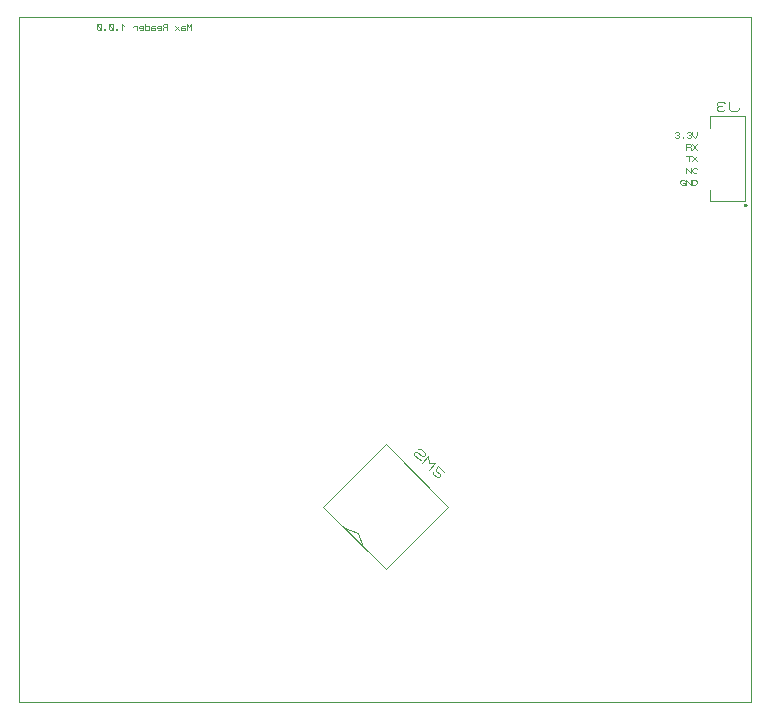
<source format=gbr>
G04 PROTEUS GERBER X2 FILE*
%TF.GenerationSoftware,Labcenter,Proteus,8.17-SP5-Build39395*%
%TF.CreationDate,2025-01-31T21:13:05+00:00*%
%TF.FileFunction,Legend,Bot*%
%TF.FilePolarity,Positive*%
%TF.Part,Single*%
%TF.SameCoordinates,{25d9a88a-2623-41a1-bce1-36a6f26497cc}*%
%FSLAX45Y45*%
%MOMM*%
G01*
%TA.AperFunction,Material*%
%ADD52C,0.101600*%
%TA.AperFunction,Profile*%
%ADD46C,0.101600*%
%TA.AperFunction,Material*%
%ADD61C,0.063500*%
%TA.AperFunction,NonMaterial*%
%ADD60C,0.101600*%
%TD.AperFunction*%
D52*
X+3105000Y+2185330D02*
X+3635330Y+1655000D01*
X+3105000Y+1124670D01*
X+2574670Y+1655000D01*
X+3105000Y+2185330D01*
X+2871655Y+1428726D02*
X+2914081Y+1315589D01*
X+2871655Y+1428726D02*
X+2758518Y+1471152D01*
X+3401985Y+1888345D02*
X+3331274Y+1959056D01*
X+3382801Y+2147389D02*
X+3401211Y+2146940D01*
X+3438928Y+2109223D01*
X+3439377Y+2090814D01*
X+3430397Y+2081833D01*
X+3411987Y+2082282D01*
X+3374270Y+2119999D01*
X+3355860Y+2120448D01*
X+3346880Y+2111468D01*
X+3347329Y+2093059D01*
X+3385046Y+2055342D01*
X+3403456Y+2054893D01*
X+3413334Y+2027054D02*
X+3467215Y+2080935D01*
X+3468563Y+2025707D01*
X+3523791Y+2024360D01*
X+3469910Y+1970478D01*
X+3507177Y+1951171D02*
X+3507626Y+1932761D01*
X+3535914Y+1904474D01*
X+3554324Y+1904025D01*
X+3563304Y+1913005D01*
X+3562855Y+1931414D01*
X+3534567Y+1959702D01*
X+3534118Y+1978112D01*
X+3552079Y+1996072D01*
X+3599225Y+1948926D01*
D46*
X+0Y+0D02*
X+6200000Y+0D01*
X+6200000Y+5800000D01*
X+0Y+5800000D01*
X+0Y+0D01*
D52*
X+6150000Y+4240000D02*
X+5850000Y+4240000D01*
X+6150000Y+4960000D02*
X+5850000Y+4960000D01*
X+6150000Y+4240000D02*
X+6150000Y+4960000D01*
X+5850000Y+4240000D02*
X+5850000Y+4340000D01*
X+5850000Y+4960000D02*
X+5850000Y+4860000D01*
D61*
X+6150000Y+4200000D02*
X+6150000Y+4200000D01*
X+6150000Y+4220000D02*
X+6150000Y+4220000D01*
X+6149999Y+4200000D02*
X+6150001Y+4200000D01*
X+6149999Y+4220000D02*
X+6150001Y+4220000D01*
X+6149998Y+4200000D02*
X+6150002Y+4200000D01*
X+6149998Y+4220000D02*
X+6150002Y+4220000D01*
X+6149997Y+4200000D02*
X+6150003Y+4200000D01*
X+6149997Y+4220000D02*
X+6150003Y+4220000D01*
X+6149996Y+4200000D02*
X+6150004Y+4200000D01*
X+6149996Y+4220000D02*
X+6150004Y+4220000D01*
X+6149995Y+4200000D02*
X+6150005Y+4200000D01*
X+6149995Y+4220000D02*
X+6150005Y+4220000D01*
X+6149994Y+4200000D02*
X+6150006Y+4200000D01*
X+6149994Y+4220000D02*
X+6150006Y+4220000D01*
X+6149993Y+4200000D02*
X+6150007Y+4200000D01*
X+6149993Y+4220000D02*
X+6150007Y+4220000D01*
X+6149992Y+4200000D02*
X+6150008Y+4200000D01*
X+6149992Y+4220000D02*
X+6150008Y+4220000D01*
X+6149991Y+4200000D02*
X+6150009Y+4200000D01*
X+6149991Y+4220000D02*
X+6150009Y+4220000D01*
X+6149990Y+4200000D02*
X+6150010Y+4200000D01*
X+6149990Y+4220000D02*
X+6150010Y+4220000D01*
X+6149989Y+4200000D02*
X+6150011Y+4200000D01*
X+6149989Y+4220000D02*
X+6150011Y+4220000D01*
X+6149988Y+4200000D02*
X+6150012Y+4200000D01*
X+6149988Y+4220000D02*
X+6150012Y+4220000D01*
X+6149987Y+4200000D02*
X+6150013Y+4200000D01*
X+6149987Y+4220000D02*
X+6150013Y+4220000D01*
X+6149986Y+4200000D02*
X+6150014Y+4200000D01*
X+6149986Y+4220000D02*
X+6150014Y+4220000D01*
X+6149985Y+4200000D02*
X+6150015Y+4200000D01*
X+6149985Y+4220000D02*
X+6150015Y+4220000D01*
X+6149984Y+4200000D02*
X+6150016Y+4200000D01*
X+6149984Y+4220000D02*
X+6150016Y+4220000D01*
X+6149983Y+4200000D02*
X+6150017Y+4200000D01*
X+6149983Y+4220000D02*
X+6150017Y+4220000D01*
X+6149982Y+4200000D02*
X+6150018Y+4200000D01*
X+6149982Y+4220000D02*
X+6150018Y+4220000D01*
X+6149981Y+4200000D02*
X+6150019Y+4200000D01*
X+6149981Y+4220000D02*
X+6150019Y+4220000D01*
X+6149980Y+4200000D02*
X+6150020Y+4200000D01*
X+6149980Y+4220000D02*
X+6150020Y+4220000D01*
X+6149979Y+4200000D02*
X+6150021Y+4200000D01*
X+6149979Y+4220000D02*
X+6150021Y+4220000D01*
X+6149978Y+4200000D02*
X+6150022Y+4200000D01*
X+6149978Y+4220000D02*
X+6150022Y+4220000D01*
X+6149977Y+4200000D02*
X+6150023Y+4200000D01*
X+6149977Y+4220000D02*
X+6150023Y+4220000D01*
X+6149976Y+4200000D02*
X+6150024Y+4200000D01*
X+6149976Y+4220000D02*
X+6150024Y+4220000D01*
X+6149975Y+4200000D02*
X+6150025Y+4200000D01*
X+6149975Y+4220000D02*
X+6150025Y+4220000D01*
X+6149974Y+4200000D02*
X+6150026Y+4200000D01*
X+6149974Y+4220000D02*
X+6150026Y+4220000D01*
X+6149973Y+4200000D02*
X+6150027Y+4200000D01*
X+6149973Y+4220000D02*
X+6150027Y+4220000D01*
X+6149972Y+4200000D02*
X+6150028Y+4200000D01*
X+6149972Y+4220000D02*
X+6150028Y+4220000D01*
X+6149971Y+4200000D02*
X+6150029Y+4200000D01*
X+6149971Y+4220000D02*
X+6150029Y+4220000D01*
X+6149970Y+4200000D02*
X+6150030Y+4200000D01*
X+6149970Y+4220000D02*
X+6150030Y+4220000D01*
X+6149969Y+4200000D02*
X+6150031Y+4200000D01*
X+6149969Y+4220000D02*
X+6150031Y+4220000D01*
X+6149968Y+4200000D02*
X+6150032Y+4200000D01*
X+6149968Y+4220000D02*
X+6150032Y+4220000D01*
X+6149967Y+4200000D02*
X+6150033Y+4200000D01*
X+6149967Y+4220000D02*
X+6150033Y+4220000D01*
X+6149966Y+4200000D02*
X+6150034Y+4200000D01*
X+6149966Y+4220000D02*
X+6150034Y+4220000D01*
X+6149965Y+4200000D02*
X+6150035Y+4200000D01*
X+6149965Y+4220000D02*
X+6150035Y+4220000D01*
X+6149964Y+4200000D02*
X+6150036Y+4200000D01*
X+6149964Y+4220000D02*
X+6150036Y+4220000D01*
X+6149963Y+4200000D02*
X+6150037Y+4200000D01*
X+6149963Y+4220000D02*
X+6150037Y+4220000D01*
X+6149962Y+4200000D02*
X+6150038Y+4200000D01*
X+6149962Y+4220000D02*
X+6150038Y+4220000D01*
X+6149961Y+4200000D02*
X+6150039Y+4200000D01*
X+6149961Y+4220000D02*
X+6150039Y+4220000D01*
X+6149960Y+4200000D02*
X+6150040Y+4200000D01*
X+6149960Y+4220000D02*
X+6150040Y+4220000D01*
X+6149959Y+4200000D02*
X+6150041Y+4200000D01*
X+6149959Y+4220000D02*
X+6150041Y+4220000D01*
X+6149958Y+4200000D02*
X+6150042Y+4200000D01*
X+6149958Y+4220000D02*
X+6150042Y+4220000D01*
X+6149957Y+4200000D02*
X+6150043Y+4200000D01*
X+6149957Y+4220000D02*
X+6150043Y+4220000D01*
X+6149956Y+4200000D02*
X+6150044Y+4200000D01*
X+6149956Y+4220000D02*
X+6150044Y+4220000D01*
X+6149955Y+4200000D02*
X+6150045Y+4200000D01*
X+6149955Y+4220000D02*
X+6150045Y+4220000D01*
X+6149954Y+4200000D02*
X+6150046Y+4200000D01*
X+6149954Y+4220000D02*
X+6150046Y+4220000D01*
X+6149953Y+4200000D02*
X+6150047Y+4200000D01*
X+6149953Y+4220000D02*
X+6150047Y+4220000D01*
X+6149952Y+4200000D02*
X+6150048Y+4200000D01*
X+6149952Y+4220000D02*
X+6150048Y+4220000D01*
X+6149951Y+4200000D02*
X+6150049Y+4200000D01*
X+6149951Y+4220000D02*
X+6150049Y+4220000D01*
X+6149950Y+4200000D02*
X+6150050Y+4200000D01*
X+6149950Y+4220000D02*
X+6150050Y+4220000D01*
X+6149949Y+4200000D02*
X+6150051Y+4200000D01*
X+6149949Y+4220000D02*
X+6150051Y+4220000D01*
X+6149948Y+4200000D02*
X+6150052Y+4200000D01*
X+6149948Y+4220000D02*
X+6150052Y+4220000D01*
X+6149947Y+4200000D02*
X+6150053Y+4200000D01*
X+6149947Y+4220000D02*
X+6150053Y+4220000D01*
X+6149946Y+4200000D02*
X+6150054Y+4200000D01*
X+6149946Y+4220000D02*
X+6150054Y+4220000D01*
X+6149945Y+4200000D02*
X+6150055Y+4200000D01*
X+6149945Y+4220000D02*
X+6150055Y+4220000D01*
X+6149944Y+4200000D02*
X+6150056Y+4200000D01*
X+6149944Y+4220000D02*
X+6150056Y+4220000D01*
X+6149943Y+4200000D02*
X+6150057Y+4200000D01*
X+6149943Y+4220000D02*
X+6150057Y+4220000D01*
X+6149942Y+4200000D02*
X+6150058Y+4200000D01*
X+6149942Y+4220000D02*
X+6150058Y+4220000D01*
X+6149941Y+4200000D02*
X+6150059Y+4200000D01*
X+6149941Y+4220000D02*
X+6150059Y+4220000D01*
X+6149940Y+4200000D02*
X+6150060Y+4200000D01*
X+6149940Y+4220000D02*
X+6150060Y+4220000D01*
X+6149939Y+4200000D02*
X+6150061Y+4200000D01*
X+6149939Y+4220000D02*
X+6150061Y+4220000D01*
X+6149938Y+4200000D02*
X+6150062Y+4200000D01*
X+6149938Y+4220000D02*
X+6150062Y+4220000D01*
X+6149937Y+4200000D02*
X+6150063Y+4200000D01*
X+6149937Y+4220000D02*
X+6150063Y+4220000D01*
X+6149936Y+4200000D02*
X+6150064Y+4200000D01*
X+6149936Y+4220000D02*
X+6150064Y+4220000D01*
X+6149935Y+4200000D02*
X+6150065Y+4200000D01*
X+6149935Y+4220000D02*
X+6150065Y+4220000D01*
X+6149934Y+4200000D02*
X+6150066Y+4200000D01*
X+6149934Y+4220000D02*
X+6150066Y+4220000D01*
X+6149933Y+4200000D02*
X+6150067Y+4200000D01*
X+6149933Y+4220000D02*
X+6150067Y+4220000D01*
X+6149932Y+4200000D02*
X+6150068Y+4200000D01*
X+6149932Y+4220000D02*
X+6150068Y+4220000D01*
X+6149931Y+4200000D02*
X+6150069Y+4200000D01*
X+6149931Y+4220000D02*
X+6150069Y+4220000D01*
X+6149930Y+4200000D02*
X+6150070Y+4200000D01*
X+6149930Y+4220000D02*
X+6150070Y+4220000D01*
X+6149929Y+4200000D02*
X+6150071Y+4200000D01*
X+6149929Y+4220000D02*
X+6150071Y+4220000D01*
X+6149928Y+4200000D02*
X+6150072Y+4200000D01*
X+6149928Y+4220000D02*
X+6150072Y+4220000D01*
X+6149927Y+4200000D02*
X+6150073Y+4200000D01*
X+6149927Y+4220000D02*
X+6150073Y+4220000D01*
X+6149926Y+4200000D02*
X+6150074Y+4200000D01*
X+6149926Y+4220000D02*
X+6150074Y+4220000D01*
X+6149925Y+4200000D02*
X+6150075Y+4200000D01*
X+6149925Y+4220000D02*
X+6150075Y+4220000D01*
X+6149924Y+4200000D02*
X+6150076Y+4200000D01*
X+6149924Y+4220000D02*
X+6150076Y+4220000D01*
X+6149923Y+4200000D02*
X+6150077Y+4200000D01*
X+6149923Y+4220000D02*
X+6150077Y+4220000D01*
X+6149922Y+4200000D02*
X+6150078Y+4200000D01*
X+6149922Y+4220000D02*
X+6150078Y+4220000D01*
X+6149921Y+4200000D02*
X+6150079Y+4200000D01*
X+6149921Y+4220000D02*
X+6150079Y+4220000D01*
X+6149920Y+4200000D02*
X+6150080Y+4200000D01*
X+6149920Y+4220000D02*
X+6150080Y+4220000D01*
X+6149919Y+4200000D02*
X+6150081Y+4200000D01*
X+6149919Y+4220000D02*
X+6150081Y+4220000D01*
X+6149918Y+4200000D02*
X+6150082Y+4200000D01*
X+6149918Y+4220000D02*
X+6150082Y+4220000D01*
X+6149917Y+4200000D02*
X+6150083Y+4200000D01*
X+6149917Y+4220000D02*
X+6150083Y+4220000D01*
X+6149916Y+4200000D02*
X+6150084Y+4200000D01*
X+6149916Y+4220000D02*
X+6150084Y+4220000D01*
X+6149915Y+4200000D02*
X+6150085Y+4200000D01*
X+6149915Y+4220000D02*
X+6150085Y+4220000D01*
X+6149914Y+4200000D02*
X+6150086Y+4200000D01*
X+6149914Y+4220000D02*
X+6150086Y+4220000D01*
X+6149913Y+4200000D02*
X+6150087Y+4200000D01*
X+6149913Y+4220000D02*
X+6150087Y+4220000D01*
X+6149912Y+4200000D02*
X+6150088Y+4200000D01*
X+6149912Y+4220000D02*
X+6150088Y+4220000D01*
X+6149911Y+4200000D02*
X+6150089Y+4200000D01*
X+6149911Y+4220000D02*
X+6150089Y+4220000D01*
X+6149910Y+4200000D02*
X+6150090Y+4200000D01*
X+6149910Y+4220000D02*
X+6150090Y+4220000D01*
X+6149909Y+4200000D02*
X+6150091Y+4200000D01*
X+6149909Y+4220000D02*
X+6150091Y+4220000D01*
X+6149908Y+4200000D02*
X+6150092Y+4200000D01*
X+6149908Y+4220000D02*
X+6150092Y+4220000D01*
X+6149907Y+4200000D02*
X+6150093Y+4200000D01*
X+6149907Y+4220000D02*
X+6150093Y+4220000D01*
X+6149906Y+4200000D02*
X+6150094Y+4200000D01*
X+6149906Y+4220000D02*
X+6150094Y+4220000D01*
X+6149905Y+4200000D02*
X+6150095Y+4200000D01*
X+6149905Y+4220000D02*
X+6150095Y+4220000D01*
X+6149904Y+4200000D02*
X+6150096Y+4200000D01*
X+6149904Y+4220000D02*
X+6150096Y+4220000D01*
X+6149903Y+4200000D02*
X+6150097Y+4200000D01*
X+6149903Y+4220000D02*
X+6150097Y+4220000D01*
X+6149902Y+4200000D02*
X+6150098Y+4200000D01*
X+6149902Y+4220000D02*
X+6150098Y+4220000D01*
X+6149901Y+4200000D02*
X+6150099Y+4200000D01*
X+6149901Y+4220000D02*
X+6150099Y+4220000D01*
X+6144821Y+4201446D02*
X+6155179Y+4201446D01*
X+6144821Y+4218554D02*
X+6155179Y+4218554D01*
X+6140785Y+4206117D02*
X+6159215Y+4206117D01*
X+6140785Y+4213883D02*
X+6159215Y+4213883D01*
X+6140000Y+4210000D02*
X+6160000Y+4210000D01*
X+6140000Y+4210000D02*
X+6160000Y+4210000D01*
D52*
X+6159965Y+4210831D01*
X+6159684Y+4212495D01*
X+6159094Y+4214159D01*
X+6158130Y+4215823D01*
X+6156655Y+4217464D01*
X+6154991Y+4218665D01*
X+6153327Y+4219430D01*
X+6151663Y+4219861D01*
X+6150000Y+4220000D01*
X+6140000Y+4210000D02*
X+6140035Y+4210831D01*
X+6140316Y+4212495D01*
X+6140906Y+4214159D01*
X+6141870Y+4215823D01*
X+6143345Y+4217464D01*
X+6145009Y+4218665D01*
X+6146673Y+4219430D01*
X+6148337Y+4219861D01*
X+6150000Y+4220000D01*
X+6140000Y+4210000D02*
X+6140035Y+4209169D01*
X+6140316Y+4207505D01*
X+6140906Y+4205841D01*
X+6141870Y+4204177D01*
X+6143345Y+4202536D01*
X+6145009Y+4201335D01*
X+6146673Y+4200570D01*
X+6148337Y+4200139D01*
X+6150000Y+4200000D01*
X+6160000Y+4210000D02*
X+6159965Y+4209169D01*
X+6159684Y+4207505D01*
X+6159094Y+4205841D01*
X+6158130Y+4204177D01*
X+6156655Y+4202536D01*
X+6154991Y+4201335D01*
X+6153327Y+4200570D01*
X+6151663Y+4200139D01*
X+6150000Y+4200000D01*
X+6095260Y+5033510D02*
X+6095260Y+5020810D01*
X+6081925Y+5008110D01*
X+6028585Y+5008110D01*
X+6015250Y+5020810D01*
X+6015250Y+5084310D01*
X+5975245Y+5071610D02*
X+5961910Y+5084310D01*
X+5921905Y+5084310D01*
X+5908570Y+5071610D01*
X+5908570Y+5058910D01*
X+5921905Y+5046210D01*
X+5908570Y+5033510D01*
X+5908570Y+5020810D01*
X+5921905Y+5008110D01*
X+5961910Y+5008110D01*
X+5975245Y+5020810D01*
X+5948575Y+5046210D02*
X+5921905Y+5046210D01*
D60*
X+5625400Y+4394280D02*
X+5638100Y+4394280D01*
X+5638100Y+4379040D01*
X+5612700Y+4379040D01*
X+5600000Y+4394280D01*
X+5600000Y+4409520D01*
X+5612700Y+4424760D01*
X+5631750Y+4424760D01*
X+5638100Y+4417140D01*
X+5650800Y+4379040D02*
X+5650800Y+4424760D01*
X+5688900Y+4379040D01*
X+5688900Y+4424760D01*
X+5701600Y+4379040D02*
X+5701600Y+4424760D01*
X+5727000Y+4424760D01*
X+5739700Y+4409520D01*
X+5739700Y+4394280D01*
X+5727000Y+4379040D01*
X+5701600Y+4379040D01*
X+5650000Y+4479040D02*
X+5650000Y+4524760D01*
X+5688100Y+4479040D01*
X+5688100Y+4524760D01*
X+5738900Y+4486660D02*
X+5732550Y+4479040D01*
X+5713500Y+4479040D01*
X+5700800Y+4494280D01*
X+5700800Y+4509520D01*
X+5713500Y+4524760D01*
X+5732550Y+4524760D01*
X+5738900Y+4517140D01*
X+5650000Y+4679040D02*
X+5650000Y+4724760D01*
X+5681750Y+4724760D01*
X+5688100Y+4717140D01*
X+5688100Y+4709520D01*
X+5681750Y+4701900D01*
X+5650000Y+4701900D01*
X+5681750Y+4701900D02*
X+5688100Y+4694280D01*
X+5688100Y+4679040D01*
X+5700800Y+4724760D02*
X+5738900Y+4679040D01*
X+5700800Y+4679040D02*
X+5738900Y+4724760D01*
X+5650000Y+4624760D02*
X+5688100Y+4624760D01*
X+5669050Y+4624760D02*
X+5669050Y+4579040D01*
X+5700800Y+4624760D02*
X+5738900Y+4579040D01*
X+5700800Y+4579040D02*
X+5738900Y+4624760D01*
X+5556350Y+4817140D02*
X+5562700Y+4824760D01*
X+5581750Y+4824760D01*
X+5588100Y+4817140D01*
X+5588100Y+4809520D01*
X+5581750Y+4801900D01*
X+5588100Y+4794280D01*
X+5588100Y+4786660D01*
X+5581750Y+4779040D01*
X+5562700Y+4779040D01*
X+5556350Y+4786660D01*
X+5569050Y+4801900D02*
X+5581750Y+4801900D01*
X+5619850Y+4786660D02*
X+5626200Y+4786660D01*
X+5626200Y+4779040D01*
X+5619850Y+4779040D01*
X+5619850Y+4786660D01*
X+5657950Y+4817140D02*
X+5664300Y+4824760D01*
X+5683350Y+4824760D01*
X+5689700Y+4817140D01*
X+5689700Y+4809520D01*
X+5683350Y+4801900D01*
X+5689700Y+4794280D01*
X+5689700Y+4786660D01*
X+5683350Y+4779040D01*
X+5664300Y+4779040D01*
X+5657950Y+4786660D01*
X+5670650Y+4801900D02*
X+5683350Y+4801900D01*
X+5702400Y+4824760D02*
X+5702400Y+4801900D01*
X+5721450Y+4779040D01*
X+5740500Y+4801900D01*
X+5740500Y+4824760D01*
X+1460000Y+5695434D02*
X+1460000Y+5741154D01*
X+1440950Y+5718294D01*
X+1421900Y+5741154D01*
X+1421900Y+5695434D01*
X+1402850Y+5725914D02*
X+1377450Y+5725914D01*
X+1371100Y+5718294D01*
X+1371100Y+5695434D01*
X+1402850Y+5695434D01*
X+1409200Y+5703054D01*
X+1402850Y+5710674D01*
X+1371100Y+5710674D01*
X+1358400Y+5725914D02*
X+1320300Y+5695434D01*
X+1358400Y+5695434D02*
X+1320300Y+5725914D01*
X+1256800Y+5695434D02*
X+1256800Y+5741154D01*
X+1225050Y+5741154D01*
X+1218700Y+5733534D01*
X+1218700Y+5725914D01*
X+1225050Y+5718294D01*
X+1256800Y+5718294D01*
X+1225050Y+5718294D02*
X+1218700Y+5710674D01*
X+1218700Y+5695434D01*
X+1206000Y+5710674D02*
X+1167900Y+5710674D01*
X+1167900Y+5718294D01*
X+1174250Y+5725914D01*
X+1199650Y+5725914D01*
X+1206000Y+5718294D01*
X+1206000Y+5703054D01*
X+1199650Y+5695434D01*
X+1174250Y+5695434D01*
X+1148850Y+5725914D02*
X+1123450Y+5725914D01*
X+1117100Y+5718294D01*
X+1117100Y+5695434D01*
X+1148850Y+5695434D01*
X+1155200Y+5703054D01*
X+1148850Y+5710674D01*
X+1117100Y+5710674D01*
X+1066300Y+5718294D02*
X+1072650Y+5725914D01*
X+1098050Y+5725914D01*
X+1104400Y+5718294D01*
X+1104400Y+5703054D01*
X+1098050Y+5695434D01*
X+1072650Y+5695434D01*
X+1066300Y+5703054D01*
X+1066300Y+5695434D02*
X+1066300Y+5741154D01*
X+1053600Y+5710674D02*
X+1015500Y+5710674D01*
X+1015500Y+5718294D01*
X+1021850Y+5725914D01*
X+1047250Y+5725914D01*
X+1053600Y+5718294D01*
X+1053600Y+5703054D01*
X+1047250Y+5695434D01*
X+1021850Y+5695434D01*
X+1002800Y+5695434D02*
X+1002800Y+5725914D01*
X+1002800Y+5718294D02*
X+996450Y+5725914D01*
X+971050Y+5725914D01*
X+964700Y+5718294D01*
X+888500Y+5725914D02*
X+875800Y+5741154D01*
X+875800Y+5695434D01*
X+831350Y+5703054D02*
X+825000Y+5703054D01*
X+825000Y+5695434D01*
X+831350Y+5695434D01*
X+831350Y+5703054D01*
X+799600Y+5703054D02*
X+799600Y+5733534D01*
X+793250Y+5741154D01*
X+767850Y+5741154D01*
X+761500Y+5733534D01*
X+761500Y+5703054D01*
X+767850Y+5695434D01*
X+793250Y+5695434D01*
X+799600Y+5703054D01*
X+799600Y+5695434D02*
X+761500Y+5741154D01*
X+729750Y+5703054D02*
X+723400Y+5703054D01*
X+723400Y+5695434D01*
X+729750Y+5695434D01*
X+729750Y+5703054D01*
X+698000Y+5703054D02*
X+698000Y+5733534D01*
X+691650Y+5741154D01*
X+666250Y+5741154D01*
X+659900Y+5733534D01*
X+659900Y+5703054D01*
X+666250Y+5695434D01*
X+691650Y+5695434D01*
X+698000Y+5703054D01*
X+698000Y+5695434D02*
X+659900Y+5741154D01*
M02*

</source>
